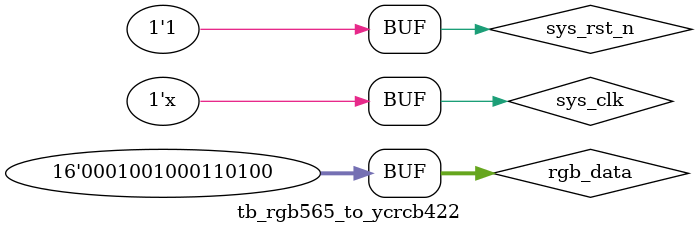
<source format=v>
`timescale 1ns/1ns
module tb_rgb565_to_ycrcb422();

reg             sys_clk     ;
reg             sys_rst_n   ;
reg     [15:0]  rgb_data    ;

wire    [7:0]   img_out     ;
wire    [1:0]   state       ;

initial
    begin
        sys_clk=1'b1;
        rgb_data=16'h1234;
        sys_rst_n<=1'b0;
        #20
        sys_rst_n<=1'b1;
    end
    
always #10 sys_clk=~sys_clk;

rgb565_to_ycbcr422      rgb565_to_ycbcr422_inst
(
    .sys_clk         (sys_clk  ),
    .sys_rst_n       (sys_rst_n),
    .rgb_data        (rgb_data ),

    .img_out         (img_out  ),
    .state           (state    )
);






endmodule
</source>
